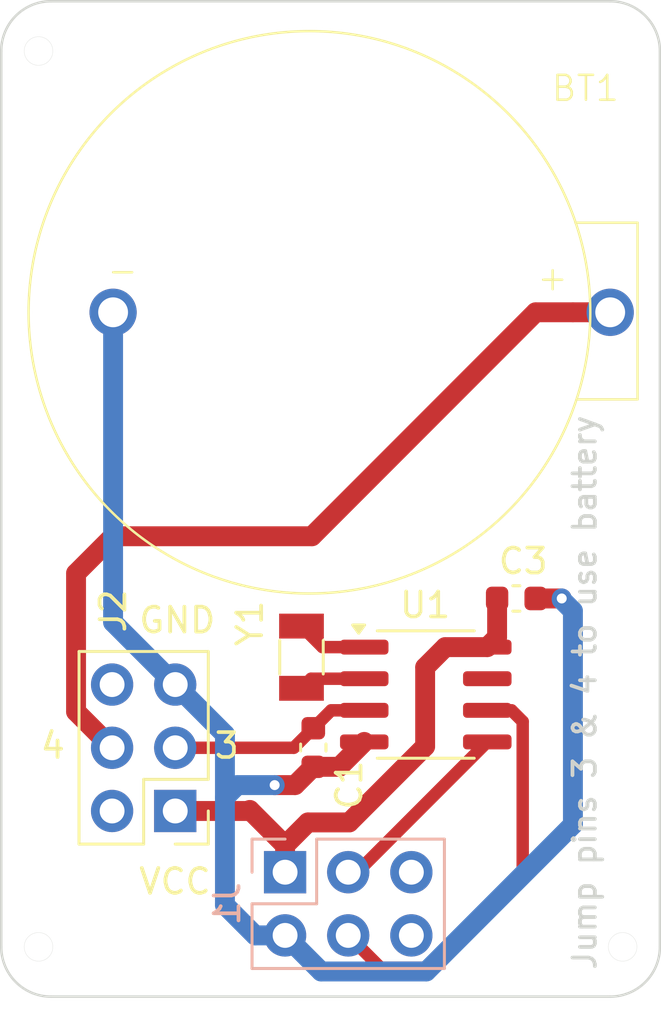
<source format=kicad_pcb>
(kicad_pcb (version 20240108) (generator "pcbnew") (generator_version "8.0")
  (layers (0 "F.Cu" signal) (31 "B.Cu" signal) (34 "B.Paste" user) (35 "F.Paste" user) (36 "B.SilkS" user "B.Silkscreen") (37 "F.SilkS" user "F.Silkscreen") (38 "B.Mask" user) (39 "F.Mask" user) (44 "Edge.Cuts" user))
  (net 0 "")
  (net 1 "GND")
  (net 2 "Net-(J2-Pin_3)")
  (net 3 "VCC")
  (net 4 "/SCL")
  (net 7 "/SDA")
  (net 8 "Net-(U1-X2)")
  (net 10 "Net-(U1-X1)")
  (net 12 "Net-(BT1-+)")
  (footprint "sao:tooling_hole" (layer "F.Cu") (at 85 82.5)
    (property "Reference" "H1" (hide yes))
    (property "Value" "~" (hide yes))
    (fp_circle (center 0 0) (end 0.576 0) (stroke (width 0.01)) (fill none) (layer "Edge.Cuts"))
  )
  (footprint "sao:tooling_hole" (layer "F.Cu") (at 85 46.5)
    (property "Reference" "H3" (hide yes))
    (property "Value" "~" (hide yes))
    (fp_circle (center 0 0) (end 0.576 0) (stroke (width 0.01)) (fill none) (layer "Edge.Cuts"))
  )
  (footprint "sao:tooling_hole" (layer "F.Cu") (at 108.5 82.5)
    (property "Reference" "H2" (hide yes))
    (property "Value" "~" (hide yes))
    (fp_circle (center 0 0) (end 0.576 0) (stroke (width 0.01)) (fill none) (layer "Edge.Cuts"))
  )
  (footprint "Capacitor_SMD:C_0603_1608Metric" (layer "F.Cu") (at 96.055 74.49 -90)
    (property "Reference" "C1" (at 1.51 -1.445 90) (layer "F.SilkS"))
    (property "Value" "100nF")
    (fp_line (start -0.14058 0.51) (end 0.14058 0.51) (stroke (width 0.12)) (layer "F.SilkS"))
    (fp_line (start -0.14058 -0.51) (end 0.14058 -0.51) (stroke (width 0.12)) (layer "F.SilkS"))
    (pad "1" smd roundrect (at -0.775 0 270) (size 0.9 0.95) (layers "F.Cu" "F.Paste" "F.Mask") (net 2 "Net-(J2-Pin_3)"))
    (pad "2" smd roundrect (at 0.775 0 270) (size 0.9 0.95) (layers "F.Cu" "F.Paste" "F.Mask") (net 1 "GND"))
  )
  (footprint "Crystal:Crystal_SMD_3215-2Pin_3.2x1.5mm" (layer "F.Cu") (at 95.58 70.86 -90)
    (property "Reference" "Y1" (at -1.36 2.08 90) (layer "F.SilkS"))
    (property "Value" "32.768kHz")
    (fp_line (start -0.675 0.875) (end 0.675 0.875) (stroke (width 0.12)) (layer "F.SilkS"))
    (fp_line (start -0.675 -0.875) (end 0.675 -0.875) (stroke (width 0.12)) (layer "F.SilkS"))
    (pad "1" smd rect (at 1.25 0 270) (size 1 1.8) (layers "F.Cu" "F.Paste" "F.Mask") (net 8 "Net-(U1-X2)"))
    (pad "2" smd rect (at -1.25 0 270) (size 1 1.8) (layers "F.Cu" "F.Paste" "F.Mask") (net 10 "Net-(U1-X1)"))
  )
  (footprint "sao:BS-02-A1AK010" (layer "F.Cu") (at 95.9 57)
    (property "Reference" "BT1" (at 11.1 -9 0) (layer "F.SilkS") (effects (font (thickness 0.1))))
    (property "Value" "Battery_Cell")
    (fp_line (start 13.2 -3.6) (end 10.7 -3.6) (stroke (width 0.1)) (layer "F.SilkS"))
    (fp_line (start 13.2 0) (end 13.2 -3.6) (stroke (width 0.1)) (layer "F.SilkS"))
    (fp_line (start 13.2 0) (end 13.2 3.5) (stroke (width 0.1)) (layer "F.SilkS"))
    (fp_line (start 13.2 3.5) (end 10.8 3.5) (stroke (width 0.1)) (layer "F.SilkS"))
    (fp_circle (center 0 0) (end 11.3 0) (stroke (width 0.1)) (fill none) (layer "F.SilkS"))
    (fp_text user "+" (at 9.1 -0.8 0) (layer "F.SilkS") (effects (font (thickness 0.1)) (justify left bottom)))
    (fp_text user "-" (at -8.2 -1.1 0) (layer "F.SilkS") (effects (font (thickness 0.1)) (justify left bottom)))
    (pad "1" thru_hole circle (at 12.1 0) (size 1.9 1.9) (drill 1.2) (layers "*.Cu" "*.Mask") (net 12 "Net-(BT1-+)"))
    (pad "2" thru_hole circle (at -7.9 0) (size 1.9 1.9) (drill 1.2) (layers "*.Cu" "*.Mask") (net 1 "GND"))
  )
  (footprint "Connector_PinHeader_2.54mm:PinHeader_2x03_P2.54mm_Vertical" (layer "F.Cu") (at 90.5 77.04 180)
    (property "Reference" "J2" (at 2.5 8.04 90) (layer "F.SilkS"))
    (property "Value" "Testing header")
    (fp_line (start 3.87 -1.33) (end 3.87 6.41) (stroke (width 0.12)) (layer "F.SilkS"))
    (fp_line (start 1.27 1.27) (end 1.27 -1.33) (stroke (width 0.12)) (layer "F.SilkS"))
    (fp_line (start 1.27 -1.33) (end 3.87 -1.33) (stroke (width 0.12)) (layer "F.SilkS"))
    (fp_line (start -1.33 6.41) (end 3.87 6.41) (stroke (width 0.12)) (layer "F.SilkS"))
    (fp_line (start -1.33 1.27) (end 1.27 1.27) (stroke (width 0.12)) (layer "F.SilkS"))
    (fp_line (start -1.33 1.27) (end -1.33 6.41) (stroke (width 0.12)) (layer "F.SilkS"))
    (fp_line (start -1.33 0) (end -1.33 -1.33) (stroke (width 0.12)) (layer "F.SilkS"))
    (fp_line (start -1.33 -1.33) (end 0 -1.33) (stroke (width 0.12)) (layer "F.SilkS"))
    (pad "1" thru_hole rect (at 0 0 180) (size 1.7 1.7) (drill 1) (layers "*.Cu" "*.Mask") (net 3 "VCC"))
    (pad "2" thru_hole oval (at 2.54 0 180) (size 1.7 1.7) (drill 1) (layers "*.Cu" "*.Mask"))
    (pad "3" thru_hole oval (at 0 2.54 180) (size 1.7 1.7) (drill 1) (layers "*.Cu" "*.Mask") (net 2 "Net-(J2-Pin_3)"))
    (pad "4" thru_hole oval (at 2.54 2.54 180) (size 1.7 1.7) (drill 1) (layers "*.Cu" "*.Mask") (net 12 "Net-(BT1-+)"))
    (pad "5" thru_hole oval (at 0 5.08 180) (size 1.7 1.7) (drill 1) (layers "*.Cu" "*.Mask") (net 1 "GND"))
    (pad "6" thru_hole oval (at 2.54 5.08 180) (size 1.7 1.7) (drill 1) (layers "*.Cu" "*.Mask"))
  )
  (footprint "Capacitor_SMD:C_0603_1608Metric" (layer "F.Cu") (at 104.225 68.5)
    (property "Reference" "C3" (at 0.275 -1.5 360) (layer "F.SilkS"))
    (property "Value" "100nF")
    (fp_line (start -0.14058 -0.51) (end 0.14058 -0.51) (stroke (width 0.12)) (layer "F.SilkS"))
    (fp_line (start -0.14058 0.51) (end 0.14058 0.51) (stroke (width 0.12)) (layer "F.SilkS"))
    (pad "1" smd roundrect (at -0.775 0) (size 0.9 0.95) (layers "F.Cu" "F.Paste" "F.Mask") (net 3 "VCC"))
    (pad "2" smd roundrect (at 0.775 0) (size 0.9 0.95) (layers "F.Cu" "F.Paste" "F.Mask") (net 1 "GND"))
  )
  (footprint "Package_SO:SOIC-8_3.9x4.9mm_P1.27mm" (layer "F.Cu") (at 100.58 72.36)
    (property "Reference" "U1" (at -0.025 -3.595 0) (layer "F.SilkS"))
    (property "Value" "DS1307Z+")
    (fp_line (start 0 -2.56) (end -1.95 -2.56) (stroke (width 0.12)) (layer "F.SilkS"))
    (fp_line (start 0 -2.56) (end 1.95 -2.56) (stroke (width 0.12)) (layer "F.SilkS"))
    (fp_line (start 0 2.56) (end -1.95 2.56) (stroke (width 0.12)) (layer "F.SilkS"))
    (fp_line (start 0 2.56) (end 1.95 2.56) (stroke (width 0.12)) (layer "F.SilkS"))
    (fp_poly (pts (xy -2.7 -2.465) (xy -2.94 -2.795) (xy -2.46 -2.795) (xy -2.7 -2.465)) (stroke (width 0.12)) (fill solid) (layer "F.SilkS"))
    (pad "1" smd roundrect (at -2.475 -1.905) (size 1.95 0.6) (layers "F.Cu" "F.Paste" "F.Mask") (net 10 "Net-(U1-X1)"))
    (pad "2" smd roundrect (at -2.475 -0.635) (size 1.95 0.6) (layers "F.Cu" "F.Paste" "F.Mask") (net 8 "Net-(U1-X2)"))
    (pad "3" smd roundrect (at -2.475 0.635) (size 1.95 0.6) (layers "F.Cu" "F.Paste" "F.Mask") (net 2 "Net-(J2-Pin_3)"))
    (pad "4" smd roundrect (at -2.475 1.905) (size 1.95 0.6) (layers "F.Cu" "F.Paste" "F.Mask") (net 1 "GND"))
    (pad "5" smd roundrect (at 2.475 1.905) (size 1.95 0.6) (layers "F.Cu" "F.Paste" "F.Mask") (net 7 "/SDA"))
    (pad "6" smd roundrect (at 2.475 0.635) (size 1.95 0.6) (layers "F.Cu" "F.Paste" "F.Mask") (net 4 "/SCL"))
    (pad "7" smd roundrect (at 2.475 -0.635) (size 1.95 0.6) (layers "F.Cu" "F.Paste" "F.Mask"))
    (pad "8" smd roundrect (at 2.475 -1.905) (size 1.95 0.6) (layers "F.Cu" "F.Paste" "F.Mask") (net 3 "VCC"))
  )
  (footprint "Connector_PinHeader_2.54mm:PinHeader_2x03_P2.54mm_Vertical" (layer "B.Cu") (at 94.92 79.5 -90)
    (property "Reference" "J1" (at 1.27 2.33 90) (layer "B.SilkS") (effects (justify mirror)))
    (property "Value" "SAO Header")
    (fp_line (start -1.33 1.33) (end -1.33 0) (stroke (width 0.12)) (layer "B.SilkS"))
    (fp_line (start 0 1.33) (end -1.33 1.33) (stroke (width 0.12)) (layer "B.SilkS"))
    (fp_line (start 1.27 1.33) (end 1.27 -1.27) (stroke (width 0.12)) (layer "B.SilkS"))
    (fp_line (start 3.87 1.33) (end 1.27 1.33) (stroke (width 0.12)) (layer "B.SilkS"))
    (fp_line (start 1.27 -1.27) (end -1.33 -1.27) (stroke (width 0.12)) (layer "B.SilkS"))
    (fp_line (start -1.33 -6.41) (end -1.33 -1.27) (stroke (width 0.12)) (layer "B.SilkS"))
    (fp_line (start 3.87 -6.41) (end 3.87 1.33) (stroke (width 0.12)) (layer "B.SilkS"))
    (fp_line (start 3.87 -6.41) (end -1.33 -6.41) (stroke (width 0.12)) (layer "B.SilkS"))
    (pad "1" thru_hole rect (at 0 0 270) (size 1.7 1.7) (drill 1) (layers "*.Cu" "*.Mask") (net 3 "VCC"))
    (pad "2" thru_hole oval (at 2.54 0 270) (size 1.7 1.7) (drill 1) (layers "*.Cu" "*.Mask") (net 1 "GND"))
    (pad "3" thru_hole oval (at 0 -2.54 270) (size 1.7 1.7) (drill 1) (layers "*.Cu" "*.Mask") (net 7 "/SDA"))
    (pad "4" thru_hole oval (at 2.54 -2.54 270) (size 1.7 1.7) (drill 1) (layers "*.Cu" "*.Mask") (net 4 "/SCL"))
    (pad "5" thru_hole oval (at 0 -5.08 270) (size 1.7 1.7) (drill 1) (layers "*.Cu" "*.Mask"))
    (pad "6" thru_hole oval (at 2.54 -5.08 270) (size 1.7 1.7) (drill 1) (layers "*.Cu" "*.Mask"))
  )
  (gr_arc (start 85.5 84.5) (mid 84.085786 83.914214) (end 83.5 82.5) (stroke (width 0.1)) (layer "Edge.Cuts"))
  (gr_line (start 85.5 44.5) (end 108 44.5) (stroke (width 0.1)) (layer "Edge.Cuts"))
  (gr_arc (start 83.5 46.5) (mid 84.085786 45.085786) (end 85.5 44.5) (stroke (width 0.1)) (layer "Edge.Cuts"))
  (gr_line (start 110 46.5) (end 110 82.5) (stroke (width 0.1)) (layer "Edge.Cuts"))
  (gr_arc (start 110 82.5) (mid 109.414214 83.914214) (end 108 84.5) (stroke (width 0.1)) (layer "Edge.Cuts"))
  (gr_arc (start 108 44.5) (mid 109.414214 45.085786) (end 110 46.5) (stroke (width 0.1)) (layer "Edge.Cuts"))
  (gr_line (start 83.5 82.5) (end 83.5 46.5) (stroke (width 0.1)) (layer "Edge.Cuts"))
  (gr_line (start 108 84.5) (end 85.5 84.5) (stroke (width 0.1)) (layer "Edge.Cuts"))
  (gr_text "GND\n" (at 88.96 69.96 0) (layer "F.SilkS") (effects (font (size 1 1)) (justify left bottom)))
  (gr_text "VCC\n" (at 88.96 80.46 0) (layer "F.SilkS") (effects (font (size 1 1)) (justify left bottom)))
  (gr_text "3\n" (at 92 75 0) (layer "F.SilkS") (effects (font (size 1 1)) (justify left bottom)))
  (gr_text "4" (at 85 75 0) (layer "F.SilkS") (effects (font (size 1 1)) (justify left bottom)))
  (gr_text "Jump pins 3 & 4 to use battery\n" (at 107.5 83.5 90) (layer "Edge.Cuts") (effects (font (size 0.9 0.9)) (justify left bottom)))
  (segment (start 96.055 75.265) (end 95.32 76) (width 0.8) (layer "F.Cu") (net 1))
  (segment (start 105 68.5) (end 106.05 68.5) (width 0.8) (layer "F.Cu") (net 1))
  (segment (start 98.105 74.265) (end 97.105 75.265) (width 0.8) (layer "F.Cu") (net 1))
  (segment (start 97.105 75.265) (end 96.055 75.265) (width 0.8) (layer "F.Cu") (net 1))
  (segment (start 95.32 76) (end 94.5 76) (width 0.8) (layer "F.Cu") (net 1))
  (via (at 94.5 76) (size 0.8) (drill 0.4) (layers "F.Cu" "B.Cu") (net 1))
  (via (at 106.05 68.5) (size 0.8) (drill 0.4) (layers "F.Cu" "B.Cu") (net 1))
  (segment (start 93 76) (end 92.5 76.5) (width 0.8) (layer "B.Cu") (net 1))
  (segment (start 92.5 76.5) (end 92.5 80.822081) (width 0.8) (layer "B.Cu") (net 1))
  (segment (start 106.05 68.55) (end 106.5 69) (width 0.8) (layer "B.Cu") (net 1))
  (segment (start 92.5 73.96) (end 92.5 76.5) (width 0.8) (layer "B.Cu") (net 1))
  (segment (start 90.5 71.96) (end 92.5 73.96) (width 0.8) (layer "B.Cu") (net 1))
  (segment (start 100.60061 83.49) (end 96.37 83.49) (width 0.8) (layer "B.Cu") (net 1))
  (segment (start 106.5 69) (end 106.5 77.59061) (width 0.8) (layer "B.Cu") (net 1))
  (segment (start 96.37 83.49) (end 94.92 82.04) (width 0.8) (layer "B.Cu") (net 1))
  (segment (start 92.5 80.822081) (end 93.717919 82.04) (width 0.8) (layer "B.Cu") (net 1))
  (segment (start 93.717919 82.04) (end 94.92 82.04) (width 0.8) (layer "B.Cu") (net 1))
  (segment (start 88 69.46) (end 90.5 71.96) (width 0.8) (layer "B.Cu") (net 1))
  (segment (start 106.05 68.5) (end 106.05 68.55) (width 0.8) (layer "B.Cu") (net 1))
  (segment (start 88 57) (end 88 69.46) (width 0.8) (layer "B.Cu") (net 1))
  (segment (start 94.5 76) (end 93 76) (width 0.8) (layer "B.Cu") (net 1))
  (segment (start 106.5 77.59061) (end 100.60061 83.49) (width 0.8) (layer "B.Cu") (net 1))
  (segment (start 96.775 72.995) (end 96.055 73.715) (width 0.5) (layer "F.Cu") (net 2))
  (segment (start 98.105 72.995) (end 96.775 72.995) (width 0.5) (layer "F.Cu") (net 2))
  (segment (start 95.27 74.5) (end 96.055 73.715) (width 0.5) (layer "F.Cu") (net 2))
  (segment (start 90.5 74.5) (end 95.27 74.5) (width 0.5) (layer "F.Cu") (net 2))
  (segment (start 100.555 71.265) (end 100.555 74.445) (width 0.8) (layer "F.Cu") (net 3))
  (segment (start 101.365 70.455) (end 100.555 71.265) (width 0.8) (layer "F.Cu") (net 3))
  (segment (start 103.055 70.455) (end 101.365 70.455) (width 0.8) (layer "F.Cu") (net 3))
  (segment (start 97.5 77.5) (end 95.84 77.5) (width 0.8) (layer "F.Cu") (net 3))
  (segment (start 103.405 68.455) (end 103.45 68.5) (width 0.8) (layer "F.Cu") (net 3))
  (segment (start 100.555 74.445) (end 97.5 77.5) (width 0.8) (layer "F.Cu") (net 3))
  (segment (start 93.46 77.04) (end 90.5 77.04) (width 0.8) (layer "F.Cu") (net 3))
  (segment (start 94.92 78.42) (end 93.5 77) (width 0.8) (layer "F.Cu") (net 3))
  (segment (start 103.45 68.5) (end 103.45 70.06) (width 0.8) (layer "F.Cu") (net 3))
  (segment (start 94.92 79.5) (end 94.92 78.42) (width 0.8) (layer "F.Cu") (net 3))
  (segment (start 103.45 70.06) (end 103.055 70.455) (width 0.8) (layer "F.Cu") (net 3))
  (segment (start 95.84 77.5) (end 94.92 78.42) (width 0.8) (layer "F.Cu") (net 3))
  (segment (start 93.5 77) (end 93.46 77.04) (width 0.8) (layer "F.Cu") (net 3))
  (segment (start 104.48 73.445001) (end 104.48 79.52) (width 0.5) (layer "F.Cu") (net 4))
  (segment (start 103.055 72.995) (end 104.029999 72.995) (width 0.5) (layer "F.Cu") (net 4))
  (segment (start 98.76 83.34) (end 97.46 82.04) (width 0.5) (layer "F.Cu") (net 4))
  (segment (start 104.029999 72.995) (end 104.48 73.445001) (width 0.5) (layer "F.Cu") (net 4))
  (segment (start 104.48 79.52) (end 100.66 83.34) (width 0.5) (layer "F.Cu") (net 4))
  (segment (start 100.66 83.34) (end 98.76 83.34) (width 0.5) (layer "F.Cu") (net 4))
  (segment (start 97.82 79.5) (end 97.46 79.5) (width 0.5) (layer "F.Cu") (net 7))
  (segment (start 103.055 74.265) (end 97.82 79.5) (width 0.5) (layer "F.Cu") (net 7))
  (segment (start 98.105 71.725) (end 95.965 71.725) (width 0.5) (layer "F.Cu") (net 8))
  (segment (start 95.965 71.725) (end 95.58 72.11) (width 0.5) (layer "F.Cu") (net 8))
  (segment (start 98.105 70.455) (end 96.425 70.455) (width 0.5) (layer "F.Cu") (net 10))
  (segment (start 96.425 70.455) (end 95.58 69.61) (width 0.5) (layer "F.Cu") (net 10))
  (segment (start 86.51 73.05) (end 86.51 67.49) (width 0.8) (layer "F.Cu") (net 12))
  (segment (start 86.51 67.49) (end 88 66) (width 0.8) (layer "F.Cu") (net 12))
  (segment (start 96 66) (end 105 57) (width 0.8) (layer "F.Cu") (net 12))
  (segment (start 108 57) (end 106.5 57) (width 0.8) (layer "F.Cu") (net 12))
  (segment (start 88 66) (end 96 66) (width 0.8) (layer "F.Cu") (net 12))
  (segment (start 105 57) (end 106.5 57) (width 0.8) (layer "F.Cu") (net 12))
  (segment (start 87.96 74.5) (end 86.51 73.05) (width 0.8) (layer "F.Cu") (net 12))
)
</source>
